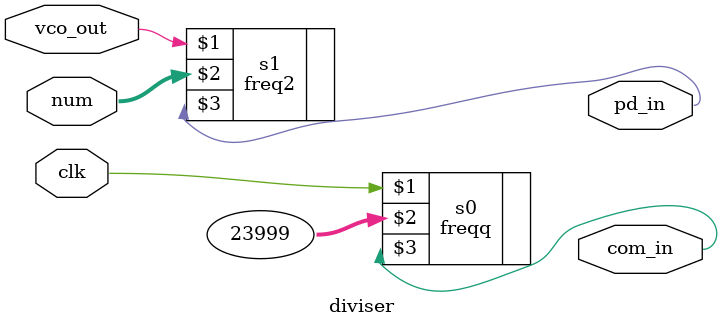
<source format=v>
module diviser(vco_out, clk, num, pd_in, com_in);
input vco_out;
input clk;
input [7:0]num;
output pd_in;
output com_in;

freqq s0(clk,23999,com_in);      //squ_1khz_standred
freq2 s1(vco_out,num,pd_in);     //pulse

endmodule

</source>
